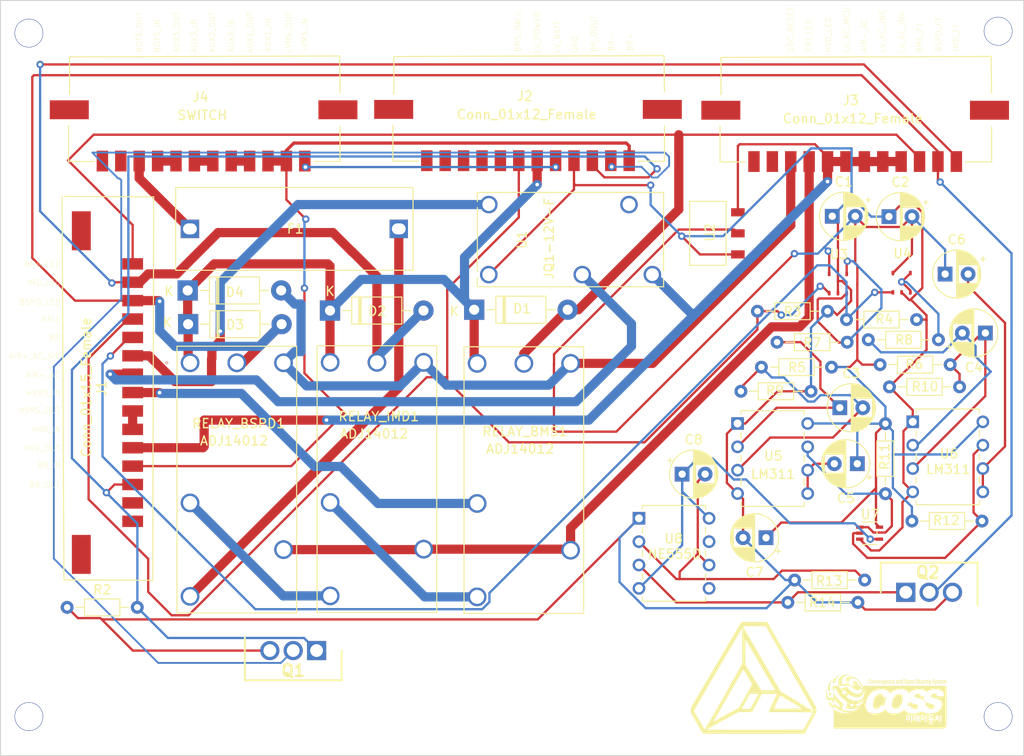
<source format=kicad_pcb>
(kicad_pcb (version 20211014) (generator pcbnew)
  (layers (0 "F.Cu" signal) (31 "B.Cu" signal) (34 "B.Paste" user) (35 "F.Paste" user) (36 "B.SilkS" user "B.Silkscreen") (37 "F.SilkS" user "F.Silkscreen") (38 "B.Mask" user) (39 "F.Mask" user) (44 "Edge.Cuts" user))
  (net 0 "")
  (net 1 "BMS_FAULT")
  (net 2 "IMD_FAULT")
  (net 3 "BSPD_FAULT")
  (net 4 "SHUTDOWN_RESET")
  (net 5 "BMS_HALL")
  (net 6 "Net-(C4-Pad1)")
  (net 7 "Net-(F1-Pad2)")
  (net 8 "LV_POWER")
  (net 9 "GND")
  (net 10 "AIR+_ACTIVE_SIG")
  (net 11 "AIR+_ACTIVE")
  (net 12 "CRITICAL_LED")
  (net 13 "Net-(RELAY_BMS1-Pad4)")
  (net 14 "Net-(RELAY_BSPD1-Pad2)")
  (net 17 "VCC")
  (net 18 "Net-(C3-Pad1)")
  (net 19 "Net-(C4-Pad2)")
  (net 20 "Net-(C3-Pad2)")
  (net 21 "Net-(C5-Pad2)")
  (net 22 "Net-(C6-Pad2)")
  (net 23 "Net-(C8-Pad1)")
  (net 24 "Net-(C8-Pad2)")
  (net 25 "HV_MASTER_IN")
  (net 26 "BRAKE")
  (net 27 "BRAKE_LIGHT-")
  (net 28 "BRAKE_DOUT")
  (net 33 "Net-(Q2-Pad1)")
  (net 34 "Net-(R7-Pad2)")
  (net 35 "Net-(R8-Pad2)")
  (net 36 "Net-(R11-Pad1)")
  (net 37 "Net-(R12-Pad2)")
  (net 41 "HV_AUX2_IN")
  (net 42 "HV_AUX3_IN")
  (net 43 "BOTS_IN")
  (net 46 "HVD_INTERLOCK_IN")
  (net 47 "HVD_INTERLOCK_OUT")
  (net 51 "LV_MASTER_IN")
  (net 52 "LV_MASTER_OUT")
  (net 53 "BOTS_OUT")
  (footprint "Library:5600201220" (layer "F.Cu") (at 185.86 65 180)
    (fp_text reference "J2")
    (fp_text value "Conn_01x12_Female")
  )
  (footprint "Capacitor_THT:CP_Radial_D5.0mm_P2.50mm" (layer "F.Cu") (at 221.655113 102.99 180)
    (fp_text reference "C5")
    (fp_text value "1uF")
  )
  (footprint "Capacitor_THT:CP_Radial_D5.0mm_P2.50mm" (layer "F.Cu") (at 231.2 82.36)
    (fp_text reference "C6")
    (fp_text value "1uF")
  )
  (footprint "Capacitor_THT:CP_Radial_D5.0mm_P2.50mm" (layer "F.Cu") (at 225.094888 76.11)
    (fp_text reference "C2")
    (fp_text value "100nF")
  )
  (footprint "Library:LM311P" (layer "F.Cu") (at 208.64 98.61)
    (fp_text reference "U5")
    (fp_text value "LM311")
  )
  (footprint "Library:5600201520" (layer "F.Cu") (at 142.89 95.25 -90)
    (fp_text reference "J1")
    (fp_text value "Conn_01x15_Female")
  )
  (footprint "Resistor_THT:R_Axial_DIN0204_L3.6mm_D1.6mm_P7.62mm_Horizontal" (layer "F.Cu") (at 210.8 86.4)
    (fp_text reference "R3")
    (fp_text value "10k")
  )
  (footprint "Library:74LVC1G08GW_125" (layer "F.Cu") (at 222.99 110.54)
    (fp_text reference "U7")
    (fp_text value "74LVC1G08" hide)
  )
  (footprint "Library:AMS1117-5.0" (layer "F.Cu") (at 205.41 77.93 90)
    (fp_text reference "U2")
    (fp_text value "AMS1117-5.0" hide)
  )
  (footprint "Library:ADJ14012" (layer "F.Cu") (at 180.33 92.07)
    (fp_text reference "RELAY_BMS1")
    (fp_text value "ADJ14012")
  )
  (footprint "Capacitor_THT:CP_Radial_D5.0mm_P2.50mm" (layer "F.Cu") (at 219.75 96.9)
    (fp_text reference "C3")
    (fp_text value "1nF")
  )
  (footprint "Library:BD77501G-TR" (layer "F.Cu") (at 226.47 84.35)
    (fp_text reference "U4")
    (fp_text value "BD77501G")
  )
  (footprint "Capacitor_THT:CP_Radial_D5.0mm_P2.50mm" (layer "F.Cu") (at 211.735112 111.04 180)
    (fp_text reference "C7")
    (fp_text value "100nF")
  )
  (footprint "Library:fuseholder" (layer "F.Cu") (at 147.565 81.945)
    (fp_text reference "F1")
    (fp_text value "4A Fuse")
  )
  (footprint "Library:LM311P" (layer "F.Cu") (at 227.68 98.43)
    (fp_text reference "U6")
    (fp_text value "LM311")
  )
  (footprint "Library:irf640" (layer "F.Cu") (at 162.88 123.31 180)
    (fp_text reference "Q1")
    (fp_text value "IRF640" hide)
  )
  (footprint "Library:BD77501G-TR" (layer "F.Cu") (at 219.55 84.44)
    (fp_text reference "U3")
    (fp_text value "BD77501G")
  )
  (footprint "Library:123123logo" (layer "F.Cu") (at 210.810849 126.254375)
    (fp_text reference "G***" hide)
    (fp_text value "LOGO" hide)
  )
  (footprint "Resistor_THT:R_Axial_DIN0204_L3.6mm_D1.6mm_P7.62mm_Horizontal" (layer "F.Cu") (at 216.62 95.11 180)
    (fp_text reference "R9")
    (fp_text value "5.2k")
  )
  (footprint "Diode_THT:D_DO-41_SOD81_P10.16mm_Horizontal" (layer "F.Cu") (at 148.92 87.81)
    (fp_text reference "D3")
    (fp_text value "1N4002")
  )
  (footprint "Library:5600201220" (layer "F.Cu") (at 221.42 65.09065 180)
    (fp_text reference "J3")
    (fp_text value "Conn_01x12_Female")
  )
  (footprint "Library:auto" (layer "F.Cu") (at 224.773383 128.865958)
    (fp_text reference "G***" hide)
    (fp_text value "LOGO" hide)
  )
  (footprint "Library:NE555P" (layer "F.Cu") (at 197.92 108.924371)
    (fp_text reference "U8")
    (fp_text value "NE555D")
  )
  (footprint "Resistor_THT:R_Axial_DIN0204_L3.6mm_D1.6mm_P7.62mm_Horizontal" (layer "F.Cu") (at 222.46 115.64 180)
    (fp_text reference "R13")
    (fp_text value "62k")
  )
  (footprint "Resistor_THT:R_Axial_DIN0204_L3.6mm_D1.6mm_P7.62mm_Horizontal" (layer "F.Cu") (at 135.77 118.61)
    (fp_text reference "R2")
    (fp_text value "10k")
  )
  (footprint "Resistor_THT:R_Axial_DIN0204_L3.6mm_D1.6mm_P7.62mm_Horizontal" (layer "F.Cu") (at 214.1 118.07)
    (fp_text reference "R14")
    (fp_text value "10k")
  )
  (footprint "Resistor_THT:R_Axial_DIN0204_L3.6mm_D1.6mm_P7.62mm_Horizontal" (layer "F.Cu") (at 222.85 89.5)
    (fp_text reference "R8")
    (fp_text value "1k")
  )
  (footprint "Library:irf640" (layer "F.Cu") (at 226.92 116.97)
    (fp_text reference "Q2")
    (fp_text value "IRF640" hide)
  )
  (footprint "Resistor_THT:R_Axial_DIN0204_L3.6mm_D1.6mm_P7.62mm_Horizontal" (layer "F.Cu") (at 211.23 92.48)
    (fp_text reference "R5")
    (fp_text value "4.7k")
  )
  (footprint "Resistor_THT:R_Axial_DIN0204_L3.6mm_D1.6mm_P7.62mm_Horizontal" (layer "F.Cu") (at 224.71 106.25 90)
    (fp_text reference "R11")
    (fp_text value "10k")
  )
  (footprint "Library:JQ1-12V-F" (layer "F.Cu") (at 181.6 82.42 90)
    (fp_text reference "U1")
    (fp_text value "JQ1-12V-F")
  )
  (footprint "Resistor_THT:R_Axial_DIN0204_L3.6mm_D1.6mm_P7.62mm_Horizontal" (layer "F.Cu") (at 225.15 94.63)
    (fp_text reference "R10")
    (fp_text value "5.2k")
  )
  (footprint "Library:ADJ14012" (layer "F.Cu") (at 149.13 92.01)
    (fp_text reference "RELAY_BSPD1")
    (fp_text value "ADJ14012")
  )
  (footprint "Capacitor_THT:CP_Radial_D5.0mm_P2.50mm" (layer "F.Cu") (at 235.57 88.77 180)
    (fp_text reference "C4")
    (fp_text value "1nF")
  )
  (footprint "Capacitor_THT:CP_Radial_D5.0mm_P2.50mm" (layer "F.Cu") (at 218.9317 76.07)
    (fp_text reference "C1")
    (fp_text value "100nF")
  )
  (footprint "Library:ADJ14012" (layer "F.Cu") (at 164.36 91.96)
    (fp_text reference "RELAY_IMD1")
    (fp_text value "ADJ14012")
  )
  (footprint "Resistor_THT:R_Axial_DIN0204_L3.6mm_D1.6mm_P7.62mm_Horizontal" (layer "F.Cu") (at 231.75 92.21 180)
    (fp_text reference "R6")
    (fp_text value "4.7k")
  )
  (footprint "Resistor_THT:R_Axial_DIN0204_L3.6mm_D1.6mm_P7.62mm_Horizontal" (layer "F.Cu") (at 227.59 109.22)
    (fp_text reference "R12")
    (fp_text value "10k")
  )
  (footprint "Capacitor_THT:CP_Radial_D5.0mm_P2.50mm" (layer "F.Cu") (at 202.614888 104.12)
    (fp_text reference "C8")
    (fp_text value "10uF")
  )
  (footprint "Diode_THT:D_DO-41_SOD81_P10.16mm_Horizontal" (layer "F.Cu") (at 164.34 86.33)
    (fp_text reference "D2")
    (fp_text value "1N4002")
  )
  (footprint "Library:5600201220" (layer "F.Cu") (at 150.6 65.04 180)
    (fp_text reference "J4")
    (fp_text value "SWITCH")
  )
  (footprint "Diode_THT:D_DO-41_SOD81_P10.16mm_Horizontal" (layer "F.Cu") (at 148.87 84.14)
    (fp_text reference "D4")
    (fp_text value "1N4002")
  )
  (footprint "Diode_THT:D_DO-41_SOD81_P10.16mm_Horizontal" (layer "F.Cu") (at 180.01 86.24)
    (fp_text reference "D1")
    (fp_text value "1N4002")
  )
  (footprint "Resistor_THT:R_Axial_DIN0204_L3.6mm_D1.6mm_P7.62mm_Horizontal" (layer "F.Cu") (at 212.93 89.77)
    (fp_text reference "R7")
    (fp_text value "1k")
  )
  (footprint "Resistor_THT:R_Axial_DIN0204_L3.6mm_D1.6mm_P7.62mm_Horizontal" (layer "F.Cu") (at 220.48 87.31)
    (fp_text reference "R4")
    (fp_text value "10k")
  )
  (gr_rect (start 239.74 52.6) (end 128.52 134.73) (layer "Edge.Cuts") (width 0.1) (fill none))
  (gr_text "HVMS_OUT" (at 132.78 97.17) (layer "F.SilkS") (effects (font (size 0.6 0.6) (thickness 0.03))))
  (gr_text "IMD_FT" (at 232.39 56.64 90) (layer "F.SilkS") (effects (font (size 0.6 0.6) (thickness 0.03))))
  (gr_text "LV_AC_INV" (at 226.51 56.07 90) (layer "F.SilkS") (effects (font (size 0.6 0.6) (thickness 0.03))))
  (gr_text "LV_POWER" (at 186.88 56.09 90) (layer "F.SilkS") (effects (font (size 0.6 0.6) (thickness 0.03))))
  (gr_text "AUX3_IN" (at 149.55 56.45 90) (layer "F.SilkS") (effects (font (size 0.6 0.6) (thickness 0.03))))
  (gr_text "SDC_RESET" (at 214.44 55.78 90) (layer "F.SilkS") (effects (font (size 0.6 0.6) (thickness 0.03))))
  (gr_text "LVMS_IN" (at 161.55 56.36 90) (layer "F.SilkS") (effects (font (size 0.6 0.6) (thickness 0.03))))
  (gr_text "BR-" (at 194.93 57.15 90) (layer "F.SilkS") (effects (font (size 0.6 0.6) (thickness 0.03))))
  (gr_text "AUX2_IN" (at 153.59 56.45 90) (layer "F.SilkS") (effects (font (size 0.6 0.6) (thickness 0.03))))
  (gr_text "BMS_HALL" (at 184.75 56 90) (layer "F.SilkS") (effects (font (size 0.6 0.6) (thickness 0.03))))
  (gr_text "BMS_LED" (at 133.08 81.29) (layer "F.SilkS") (effects (font (size 0.6 0.6) (thickness 0.03))))
  (gr_text "AUX1_OUT" (at 155.65 56.09 90) (layer "F.SilkS") (effects (font (size 0.6 0.6) (thickness 0.03))))
  (gr_text "BOTS_IN" (at 145.59 56.45 90) (layer "F.SilkS") (effects (font (size 0.6 0.6) (thickness 0.03))))
  (gr_text "AUX1_IN" (at 157.6 56.36 90) (layer "F.SilkS") (effects (font (size 0.6 0.6) (thickness 0.03))))
  (gr_text "BMS_FT" (at 228.44 56.67 90) (layer "F.SilkS") (effects (font (size 0.6 0.6) (thickness 0.03))))
  (gr_text "BSPD_LED" (at 132.83 85.39) (layer "F.SilkS") (effects (font (size 0.6 0.6) (thickness 0.03))))
  (gr_text "HVD_LED" (at 218.5 56.34 90) (layer "F.SilkS") (effects (font (size 0.6 0.6) (thickness 0.03))))
  (gr_text "BR" (at 134.4 89.26) (layer "F.SilkS") (effects (font (size 0.6 0.6) (thickness 0.03))))
  (gr_text "CRI_LED" (at 216.38 56.4 90) (layer "F.SilkS") (effects (font (size 0.6 0.6) (thickness 0.03))))
  (gr_text "GND" (at 190.95 57.37 90) (layer "F.SilkS") (effects (font (size 0.6 0.6) (thickness 0.03))))
  (gr_text "BOTS_OUT" (at 143.58 56.07 90) (layer "F.SilkS") (effects (font (size 0.6 0.6) (thickness 0.03))))
  (gr_text "LV_AC_JNC" (at 224.39 55.92 90) (layer "F.SilkS") (effects (font (size 0.6 0.6) (thickness 0.03))))
  (gr_text "HVMS_IN" (at 133.21 95.3) (layer "F.SilkS") (effects (font (size 0.6 0.6) (thickness 0.03))))
  (gr_text "HALL" (at 133.97 87.23) (layer "F.SilkS") (effects (font (size 0.6 0.6) (thickness 0.03))))
  (gr_text "BR_DOUT" (at 192.98 56.22 90) (layer "F.SilkS") (effects (font (size 0.6 0.6) (thickness 0.03))))
  (gr_text "BSPD_FT" (at 230.51 56.31 90) (layer "F.SilkS") (effects (font (size 0.6 0.6) (thickness 0.03))))
  (gr_text "AIR+_AC" (at 133.17 93.33) (layer "F.SilkS") (effects (font (size 0.6 0.6) (thickness 0.03))))
  (gr_text "LV_BATT" (at 189.05 56.57 90) (layer "F.SilkS") (effects (font (size 0.6 0.6) (thickness 0.03))))
  (gr_text "AIR-_AC" (at 222.4 56.37 90) (layer "F.SilkS") (effects (font (size 0.6 0.6) (thickness 0.03))))
  (gr_text "AIR+_AC_SIG" (at 132.25 91.27) (layer "F.SilkS") (effects (font (size 0.6 0.6) (thickness 0.03))))
  (gr_text "IMD_LED\n" (at 133.22 83.28) (layer "F.SilkS") (effects (font (size 0.6 0.6) (thickness 0.03))))
  (gr_text "BR+" (at 196.96 57.15 90) (layer "F.SilkS") (effects (font (size 0.6 0.6) (thickness 0.03))))
  (gr_text "AUX3_OUT" (at 147.66 56.06 90) (layer "F.SilkS") (effects (font (size 0.6 0.6) (thickness 0.03))))
  (gr_text "HVD_OUT" (at 133.05 101.29) (layer "F.SilkS") (effects (font (size 0.6 0.6) (thickness 0.03))))
  (gr_text "LVMS_OUT\n" (at 159.84 56.09 90) (layer "F.SilkS") (effects (font (size 0.6 0.6) (thickness 0.03))))
  (gr_text "BR_IN" (at 133.84 103.17) (layer "F.SilkS") (effects (font (size 0.6 0.6) (thickness 0.03))))
  (gr_text "BR_OUT" (at 133.34 105.3) (layer "F.SilkS") (effects (font (size 0.6 0.6) (thickness 0.03))))
  (gr_text "HVD_IN" (at 133.51 99.27) (layer "F.SilkS") (effects (font (size 0.6 0.6) (thickness 0.03))))
  (gr_text "LV_AC_MCU" (at 220.5 55.78 90) (layer "F.SilkS") (effects (font (size 0.6 0.6) (thickness 0.03))))
  (gr_text "AUX2_OUT" (at 151.55 56.06 90) (layer "F.SilkS") (effects (font (size 0.6 0.6) (thickness 0.03))))
  (via (at 131.61 56.15) (size 3.1) (drill 3) (layers "F.Cu" "B.Cu") (net 0))
  (via (at 131.61 130.49) (size 3.1) (drill 3) (layers "F.Cu" "B.Cu") (net 0))
  (via (at 236.96 55.94) (size 3.1) (drill 3) (layers "F.Cu" "B.Cu") (net 0))
  (via (at 236.96 130.49) (size 3.1) (drill 3) (layers "F.Cu" "B.Cu") (net 0))
  (segment (start 142.89 77.02) (end 142.89 81.25) (width 0.25) (layer "F.Cu") (net 1))
  (segment (start 138.65 67.2) (end 135.86 69.99) (width 0.25) (layer "F.Cu") (net 1))
  (segment (start 190.17 86.24) (end 185.41 91) (width 1) (layer "F.Cu") (net 1))
  (segment (start 202.25 67.2) (end 138.65 67.2) (width 0.25) (layer "F.Cu") (net 1))
  (segment (start 225.901772 67.2) (end 202.25 67.2) (width 0.25) (layer "F.Cu") (net 1))
  (segment (start 185.41 91) (end 185.41 92.07) (width 1) (layer "F.Cu") (net 1))
  (segment (start 228.42 69.718228) (end 225.901772 67.2) (width 0.25) (layer "F.Cu") (net 1))
  (segment (start 190.17 86.24) (end 191.33 86.24) (width 1) (layer "F.Cu") (net 1))
  (segment (start 228.42 70.11985) (end 228.42 69.718228) (width 0.25) (layer "F.Cu") (net 1))
  (segment (start 135.86 69.99) (end 142.89 77.02) (width 0.25) (layer "F.Cu") (net 1))
  (segment (start 191.33 86.24) (end 202.25 75.32) (width 1) (layer "F.Cu") (net 1))
  (segment (start 202.25 75.32) (end 202.25 67.2) (width 1) (layer "F.Cu") (net 1))
  (segment (start 147.689511 82.340489) (end 144.579511 82.340489) (width 1) (layer "F.Cu") (net 2))
  (segment (start 142.89 83.25) (end 140.71 83.25) (width 0.25) (layer "F.Cu") (net 2))
  (segment (start 166.728189 79.928189) (end 164.65 77.85) (width 1) (layer "F.Cu") (net 2))
  (segment (start 222.36815 59.56) (end 132.83 59.56) (width 0.25) (layer "F.Cu") (net 2))
  (segment (start 144.579511 82.340489) (end 143.67 83.25) (width 1) (layer "F.Cu") (net 2))
  (segment (start 232.42 69.61185) (end 222.36815 59.56) (width 0.25) (layer "F.Cu") (net 2))
  (segment (start 143.67 83.25) (end 142.89 83.25) (width 1) (layer "F.Cu") (net 2))
  (segment (start 166.758189 79.928189) (end 166.728189 79.928189) (width 1) (layer "F.Cu") (net 2))
  (segment (start 169.44 91.96) (end 169.44 82.61) (width 1) (layer "F.Cu") (net 2))
  (segment (start 232.42 70.11985) (end 232.42 69.61185) (width 0.25) (layer "F.Cu") (net 2))
  (segment (start 140.71 83.25) (end 140.63 83.33) (width 0.25) (layer "F.Cu") (net 2))
  (segment (start 169.44 82.61) (end 166.758189 79.928189) (width 1) (layer "F.Cu") (net 2))
  (segment (start 152.18 77.85) (end 147.689511 82.340489) (width 1) (layer "F.Cu") (net 2))
  (segment (start 164.65 77.85) (end 152.18 77.85) (width 1) (layer "F.Cu") (net 2))
  (via (at 132.83 59.56) (size 0.8) (drill 0.4) (layers "F.Cu" "B.Cu") (net 2))
  (via (at 140.63 83.33) (size 0.8) (drill 0.4) (layers "F.Cu" "B.Cu") (net 2))
  (segment (start 174.5 86.33) (end 169.44 91.39) (width 1) (layer "B.Cu") (net 2))
  (segment (start 169.44 91.39) (end 169.44 91.96) (width 1) (layer "B.Cu") (net 2))
  (segment (start 132.83 59.56) (end 132.83 75.53) (width 0.25) (layer "B.Cu") (net 2))
  (segment (start 132.83 75.53) (end 140.63 83.33) (width 0.25) (layer "B.Cu") (net 2))
  (segment (start 230.42 72.11) (end 230.66 72.35) (width 0.25) (layer "F.Cu") (net 3))
  (segment (start 159.08 87.81) (end 154.88 92.01) (width 1) (layer "F.Cu") (net 3))
  (segment (start 131.98 60.91) (end 131.98 80.61) (width 0.25) (layer "F.Cu") (net 3))
  (segment (start 230.42 70.11985) (end 230.42 69.02785) (width 0.25) (layer "F.Cu") (net 3))
  (segment (start 230.42 70.11985) (end 230.42 72.11) (width 0.25) (layer "F.Cu") (net 3))
  (segment (start 131.98 80.61) (end 136.62 85.25) (width 0.25) (layer "F.Cu") (net 3))
  (segment (start 230.42 69.02785) (end 222.12215 60.73) (width 0.25) (layer "F.Cu") (net 3))
  (segment (start 145.76 85.25) (end 145.83 85.32) (width 0.25) (layer "F.Cu") (net 3))
  (segment (start 154.88 92.01) (end 154.21 92.01) (width 1) (layer "F.Cu") (net 3))
  (segment (start 142.89 85.25) (end 145.76 85.25) (width 1) (layer "F.Cu") (net 3))
  (segment (start 132.16 60.73) (end 131.98 60.91) (width 0.25) (layer "F.Cu") (net 3))
  (segment (start 136.62 85.25) (end 142.89 85.25) (width 0.25) (layer "F.Cu") (net 3))
  (segment (start 222.12215 60.73) (end 132.16 60.73) (width 0.25) (layer "F.Cu") (net 3))
  (via (at 145.83 85.32) (size 0.8) (drill 0.4) (layers "F.Cu" "B.Cu") (net 3))
  (via (at 230.66 72.35) (size 0.8) (drill 0.4) (layers "F.Cu" "B.Cu") (net 3))
  (segment (start 145.83 88.54) (end 147.51 90.22) (width 1) (layer "B.Cu") (net 3))
  (segment (start 230.066753 116.97) (end 238.42 108.616753) (width 0.25) (layer "B.Cu") (net 3))
  (segment (start 238.42 108.616753) (end 238.42 80.11) (width 0.25) (layer "B.Cu") (net 3))
  (segment (start 229.46 116.97) (end 230.066753 116.97) (width 0.25) (layer "B.Cu") (net 3))
  (segment (start 147.51 90.22) (end 156.67 90.22) (width 1) (layer "B.Cu") (net 3))
  (segment (start 156.67 90.22) (end 159.08 87.81) (width 1) (layer "B.Cu") (net 3))
  (segment (start 238.42 80.11) (end 230.66 72.35) (width 0.25) (layer "B.Cu") (net 3))
  (segment (start 145.83 85.32) (end 145.83 88.54) (width 1) (layer "B.Cu") (net 3))
  (segment (start 190.49 92.07) (end 199.41 92.07) (width 1) (layer "F.Cu") (net 4))
  (segment (start 199.41 92.07) (end 214.42 77.06) (width 1) (layer "F.Cu") (net 4))
  (segment (start 214.42 77.06) (end 214.42 70.11985) (width 1) (layer "F.Cu") (net 4))
  (segment (start 177 94.44) (end 174.52 91.96) (width 1) (layer "B.Cu") (net 4))
  (segment (start 161.19 85.619511) (end 161.19 90.800489) (width 1) (layer "B.Cu") (net 4))
  (segment (start 174.52 91.96) (end 171.96 94.52) (width 1) (layer "B.Cu") (net 4))
  (segment (start 160.499511 90.800489) (end 159.29 92.01) (width 1) (layer "B.Cu") (net 4))
  (segment (start 161.19 90.800489) (end 160.499511 90.800489) (width 1) (layer "B.Cu") (net 4))
  (segment (start 161.8 94.52) (end 159.29 92.01) (width 1) (layer "B.Cu") (net 4))
  (segment (start 190.49 92.07) (end 188.12 94.44) (width 1) (layer "B.Cu") (net 4))
  (segment (start 160.509511 85.619511) (end 159.03 84.14) (width 1) (layer "B.Cu") (net 4))
  (segment (start 161.19 85.619511) (end 160.509511 85.619511) (width 1) (layer "B.Cu") (net 4))
  (segment (start 171.96 94.52) (end 161.8 94.52) (width 1) (layer "B.Cu") (net 4))
  (segment (start 188.12 94.44) (end 177 94.44) (width 1) (layer "B.Cu") (net 4))
  (segment (start 177.08 93.95) (end 183.79 100.66) (width 0.25) (layer "F.Cu") (net 5))
  (segment (start 144.578378 113.34) (end 144.578378 116.928378) (width 0.25) (layer "F.Cu") (net 5))
  (segment (start 138.1 106.861622) (end 144.578378 113.34) (width 0.25) (layer "F.Cu") (net 5))
  (segment (start 217.62 83.69) (end 217.85 83.69) (width 0.25) (layer "F.Cu") (net 5))
  (segment (start 177.08 83.98) (end 177.08 93.58) (width 0.25) (layer "F.Cu") (net 5))
  (segment (start 213.39 86.81) (end 212.98 86.4) (width 0.25) (layer "F.Cu") (net 5))
  (segment (start 183.79 100.66) (end 198.53 100.66) (width 0.25) (layer "F.Cu") (net 5))
  (segment (start 177.08 93.58) (end 177.08 93.95) (width 0.25) (layer "F.Cu") (net 5))
  (segment (start 147.12 119.47) (end 148.96577 119.47) (width 0.25) (layer "F.Cu") (net 5))
  (segment (start 142.382 87.25) (end 138.1 91.532) (width 0.25) (layer "F.Cu") (net 5))
  (segment (start 217.85 83.69) (end 218.6 84.44) (width 0.25) (layer "F.Cu") (net 5))
  (segment (start 142.89 87.25) (end 142.382 87.25) (width 0.25) (layer "F.Cu") (net 5))
  (segment (start 138.1 91.532) (end 138.1 106.861622) (width 0.25) (layer "F.Cu") (net 5))
  (segment (start 174.85577 93.58) (end 177.08 93.58) (width 0.25) (layer "F.Cu") (net 5))
  (segment (start 212.98 86.4) (end 210.8 86.4) (width 0.25) (layer "F.Cu") (net 5))
  (segment (start 144.578378 116.928378) (end 147.12 119.47) (width 0.25) (layer "F.Cu") (net 5))
  (segment (start 184.86 70.0292) (end 184.86 76.2) (width 0.25) (layer "F.Cu") (net 5))
  (segment (start 184.86 76.2) (end 177.08 83.98) (width 0.25) (layer "F.Cu") (net 5))
  (segment (start 148.96577 119.47) (end 174.85577 93.58) (width 0.25) (layer "F.Cu") (net 5))
  (segment (start 198.53 100.66) (end 210.8 88.39) (width 0.25) (layer "F.Cu") (net 5))
  (segment (start 210.8 88.39) (end 210.8 86.4) (width 0.25) (layer "F.Cu") (net 5))
  (via (at 213.39 86.81) (size 0.8) (drill 0.4) (layers "F.Cu" "B.Cu") (net 5))
  (via (at 217.62 83.69) (size 0.8) (drill 0.4) (layers "F.Cu" "B.Cu") (net 5))
  (segment (start 217.62 83.69) (end 214.5 86.81) (width 0.25) (layer "B.Cu") (net 5))
  (segment (start 214.5 86.81) (end 213.39 86.81) (width 0.25) (layer "B.Cu") (net 5))
  (segment (start 232.77 94.63) (end 232.77 93.23) (width 0.25) (layer "F.Cu") (net 6))
  (segment (start 235.19 88.77) (end 231.75 92.21) (width 0.25) (layer "F.Cu") (net 6))
  (segment (start 235.57 88.77) (end 235.57 95.62) (width 0.25) (layer "F.Cu") (net 6))
  (segment (start 235.57 95.62) (end 227.68 103.51) (width 0.25) (layer "F.Cu") (net 6))
  (segment (start 232.77 93.23) (end 231.75 92.21) (width 0.25) (layer "F.Cu") (net 6))
  (segment (start 235.57 88.77) (end 235.19 88.77) (width 0.25) (layer "F.Cu") (net 6))
  (segment (start 171.815 77.445) (end 171.815 94.725) (width 1) (layer "F.Cu") (net 7))
  (segment (start 171.815 94.725) (end 149.13 117.41) (width 1) (layer "F.Cu") (net 7))
  (segment (start 164.34 86.33) (end 164.34 81.49) (width 1) (layer "F.Cu") (net 8))
  (segment (start 164.34 91.94) (end 164.36 91.96) (width 1) (layer "F.Cu") (net 8))
  (segment (start 164.1 81.25) (end 151.76 81.25) (width 1) (layer "F.Cu") (net 8))
  (segment (start 186.86 70.0292) (end 186.86 72.63) (width 1) (layer "F.Cu") (net 8))
  (segment (start 148.92 87.81) (end 148.92 91.8) (width 1) (layer "F.Cu") (net 8))
  (segment (start 180.01 91.75) (end 180.33 92.07) (width 1) (layer "F.Cu") (net 8))
  (segment (start 148.87 87.76) (end 148.92 87.81) (width 0.25) (layer "F.Cu") (net 8))
  (segment (start 148.92 91.8) (end 149.13 92.01) (width 1) (layer "F.Cu") (net 8))
  (segment (start 151.76 81.25) (end 148.87 84.14) (width 1) (layer "F.Cu") (net 8))
  (segment (start 148.87 84.14) (end 148.87 87.76) (width 1) (layer "F.Cu") (net 8))
  (segment (start 164.34 81.49) (end 164.1 81.25) (width 1) (layer "F.Cu") (net 8))
  (segment (start 180.01 86.24) (end 180.01 91.75) (width 1) (layer "F.Cu") (net 8))
  (segment (start 164.34 86.33) (end 164.34 91.94) (width 1) (layer "F.Cu") (net 8))
  (via (at 186.86 72.63) (size 0.8) (drill 0.4) (layers "F.Cu" "B.Cu") (net 8))
  (segment (start 186.86 72.63) (end 178.96 80.53) (width 1) (layer "B.Cu") (net 8))
  (segment (start 176.71 82.94) (end 180.01 86.24) (width 1) (layer "B.Cu") (net 8))
  (segment (start 167.73 82.94) (end 176.71 82.94) (width 1) (layer "B.Cu") (net 8))
  (segment (start 164.34 86.33) (end 167.73 82.94) (width 1) (layer "B.Cu") (net 8))
  (segment (start 178.96 85.19) (end 180.01 86.24) (width 1) (layer "B.Cu") (net 8))
  (segment (start 178.96 80.53) (end 178.96 85.19) (width 1) (layer "B.Cu") (net 8))
  (segment (start 232 116.97) (end 230.12 118.85) (width 0.25) (layer "F.Cu") (net 9))
  (segment (start 227.68 98.43) (end 227.68 97.16) (width 0.25) (layer "F.Cu") (net 9))
  (segment (start 220.97452 85.295429) (end 220.97452 84.09452) (width 0.25) (layer "F.Cu") (net 9))
  (segment (start 208.6 98.61) (end 207.48 99.73) (width 0.25) (layer "F.Cu") (net 9))
  (segment (start 229.18 87.41) (end 229.18 86.85) (width 0.25) (layer "F.Cu") (net 9))
  (segment (start 227.68 97.16) (end 225.15 94.63) (width 0.25) (layer "F.Cu") (net 9))
  (segment (start 222.5 118.85) (end 221.72 118.07) (width 0.25) (layer "F.Cu") (net 9))
  (segment (start 226.565489 109.908532) (end 226.565489 107.164511) (width 0.25) (layer "F.Cu") (net 9))
  (segment (start 226.47 84.35) (end 227.29 85.17) (width 0.25) (layer "F.Cu") (net 9))
  (segment (start 228.060677 74.985489) (end 226.219399 74.985489) (width 0.25) (layer "F.Cu") (net 9))
  (segment (start 136.94 119.78) (end 135.77 118.61) (width 0.25) (layer "F.Cu") (net 9))
  (segment (start 190.86 72.53) (end 190.86 73.16) (width 0.25) (layer "F.Cu") (net 9))
  (segment (start 190.86 70.0292) (end 190.86 72.53) (width 0.25) (layer "F.Cu") (net 9))
  (segment (start 227.415006 85.17) (end 228.719399 83.865607) (width 0.25) (layer "F.Cu") (net 9))
  (segment (start 209.235112 106.825112) (end 208.64 106.23) (width 0.25) (layer "F.Cu") (net 9))
  (segment (start 207.48 105.07) (end 208.64 106.23) (width 0.25) (layer "F.Cu") (net 9))
  (segment (start 157.8 123.31) (end 142.91 123.31) (width 0.25) (layer "F.Cu") (net 9))
  (segment (start 230.12 118.85) (end 222.5 118.85) (width 0.25) (layer "F.Cu") (net 9))
  (segment (start 229.18 86.85) (end 227.5 85.17) (width 0.25) (layer "F.Cu") (net 9))
  (segment (start 220 83.12) (end 219.55 83.12) (width 0.25) (layer "F.Cu") (net 9))
  (segment (start 226.669689 105.039689) (end 227.68 106.05) (width 0.25) (layer "F.Cu") (net 9))
  (segment (start 224.054021 112.42) (end 226.565489 109.908532) (width 0.25) (layer "F.Cu") (net 9))
  (segment (start 227.29 85.17) (end 227.415006 85.17) (width 0.25) (layer "F.Cu") (net 9))
  (segment (start 229.18 90.6) (end 229.18 87.41) (width 0.25) (layer "F.Cu") (net 9))
  (segment (start 208.6739 80.22) (end 204.55 80.22) (width 0.25) (layer "F.Cu") (net 9))
  (segment (start 209.235112 111.04) (end 209.235112 106.825112) (width 0.25) (layer "F.Cu") (net 9))
  (segment (start 191.02 72.69) (end 190.86 72.53) (width 0.25) (layer "F.Cu") (net 9))
  (segment (start 139.51952 119.91952) (end 186.924851 119.91952) (width 0.25) (layer "F.Cu") (net 9))
  (segment (start 227.5 85.17) (end 227.415006 85.17) (width 0.25) (layer "F.Cu") (net 9))
  (segment (start 226.565489 107.164511) (end 227.68 106.05) (width 0.25) (layer "F.Cu") (net 9))
  (segment (start 219.459949 86.81) (end 220.97452 85.295429) (width 0.25) (layer "F.Cu") (net 9))
  (segment (start 228.1 87.31) (end 229.08 87.31) (width 0.25) (layer "F.Cu") (net 9))
  (segment (start 207.48 99.73) (end 207.48 105.07) (width 0.25) (layer "F.Cu") (net 9))
  (segment (start 219.55 83.12) (end 219.55 76.6883) (width 0.25) (layer "F.Cu") (net 9))
  (segment (start 209.488878 98.61) (end 212.988878 95.11) (width 0.25) (layer "F.Cu") (net 9))
  (segment (start 227.68 98.43) (end 226.669689 99.440311) (width 0.25) (layer "F.Cu") (net 9))
  (segment (start 204.55 80.22) (end 202.57 78.24) (width 0.25) (layer "F.Cu") (net 9))
  (segment (start 186.924851 119.91952) (end 197.92 108.924371) (width 0.25) (layer "F.Cu") (net 9))
  (segment (start 220.97452 84.09452) (end 220 83.12) (width 0.25) (layer "F.Cu") (net 9))
  (segment (start 208.64 98.61) (end 209.488878 98.61) (width 0.25) (layer "F.Cu") (net 9))
  (segment (start 225.15 94.63) (end 229.18 90.6) (width 0.25) (layer "F.Cu") (net 9))
  (segment (start 228.719399 83.865607) (end 228.719399 75.644211) (width 0.25) (layer "F.Cu") (net 9))
  (segment (start 219.049949 86.4) (end 219.459949 86.81) (width 0.25) (layer "F.Cu") (net 9))
  (segment (start 228.719399 75.644211) (end 228.060677 74.985489) (width 0.25) (layer "F.Cu") (net 9))
  (segment (start 190.86 73.16) (end 181.6 82.42) (width 0.25) (layer "F.Cu") (net 9))
  (segment (start 226.219399 74.985489) (end 225.094888 76.11) (width 0.25) (layer "F.Cu") (net 9))
  (segment (start 219.55 76.6883) (end 218.9317 76.07) (width 0.25) (layer "F.Cu") (net 9))
  (segment (start 223.14965 112.42) (end 224.054021 112.42) (width 0.25) (layer "F.Cu") (net 9))
  (segment (start 219.55 84.44) (end 219.55 83.12) (width 0.25) (layer "F.Cu") (net 9))
  (segment (start 218.42 86.4) (end 219.049949 86.4) (width 0.25) (layer "F.Cu") (net 9))
  (segment (start 212.988878 95.11) (end 216.62 95.11) (width 0.25) (layer "F.Cu") (net 9))
  (segment (start 142.91 123.31) (end 139.38 119.78) (width 0.25) (layer "F.Cu") (net 9))
  (segment (start 221.919649 111.189999) (end 223.14965 112.42) (width 0.25) (layer "F.Cu") (net 9))
  (segment (start 208.64 98.61) (end 208.6 98.61) (width 0.25) (layer "F.Cu") (net 9))
  (segment (start 199.19 72.69) (end 191.02 72.69) (width 0.25) (layer "F.Cu") (net 9))
  (segment (start 226.669689 99.440311) (end 226.669689 105.039689) (width 0.25) (layer "F.Cu") (net 9))
  (segment (start 229.08 87.31) (end 229.18 87.41) (width 0.25) (layer "F.Cu") (net 9))
  (segment (start 139.38 119.78) (end 136.94 119.78) (width 0.25) (layer "F.Cu") (net 9))
  (via (at 199.19 72.69) (size 0.8) (drill 0.4) (layers "F.Cu" "B.Cu") (net 9))
  (via (at 202.57 78.24) (size 0.8) (drill 0.4) (layers "F.Cu" "B.Cu") (net 9))
  (segment (start 214.84 115.64) (end 213.835112 115.64) (width 0.25) (layer "B.Cu") (net 9))
  (segment (start 216.62 95.11) (end 216.62 88.2) (width 0.25) (layer "B.Cu") (net 9))
  (segment (start 221.03 73.9717) (end 218.9317 76.07) (width 0.25) (layer "B.Cu") (net 9))
  (segment (start 213.835112 115.64) (end 209.235112 111.04) (width 0.25) (layer "B.Cu") (net 9))
  (segment (start 198.646832 118.7) (end 211.78 118.7) (width 0.25) (layer "B.Cu") (net 9))
  (segment (start 216.62 88.2) (end 218.42 86.4) (width 0.25) (layer "B.Cu") (net 9))
  (segment (start 202.57 78.24) (end 199.19 74.86) (width 0.25) (layer "B.Cu") (net 9))
  (segment (start 221.03 68.69) (end 221.03 73.9717) (width 0.25) (layer "B.Cu") (net 9))
  (segment (start 207.07 78.24) (end 216.62 68.69) (width 0.25) (layer "B.Cu") (net 9))
  (segment (start 202.57 78.24) (end 207.07 78.24) (width 0.25) (layer "B.Cu") (net 9))
  (segment (start 223.1683 76.11) (end 221.03 73.9717) (width 0.25) (layer "B.Cu") (net 9))
  (segment (start 197.92 108.924371) (end 195.81 111.034371) (width 0.25) (layer "B.Cu") (net 9))
  (segment (start 216.62 68.69) (end 221.03 68.69) (width 0.25) (layer "B.Cu") (net 9))
  (segment (start 221.72 118.07) (end 217.27 118.07) (width 0.25) (layer "B.Cu") (net 9))
  (segment (start 225.094888 76.11) (end 223.1683 76.11) (width 0.25) (layer "B.Cu") (net 9))
  (segment (start 211.78 118.7) (end 214.84 115.64) (width 0.25) (layer "B.Cu") (net 9))
  (segment (start 199.19 74.86) (end 199.19 72.69) (width 0.25) (layer "B.Cu") (net 9))
  (segment (start 217.27 118.07) (end 214.84 115.64) (width 0.25) (layer "B.Cu") (net 9))
  (segment (start 198.646832 118.7) (end 195.81 115.863168) (width 0.25) (layer "B.Cu") (net 9))
  (segment (start 195.81 111.034371) (end 195.81 115.863168) (width 0.25) (layer "B.Cu") (net 9))
  (segment (start 151.5 91.53577) (end 151.46 91.57577) (width 0.25) (layer "F.Cu") (net 10))
  (segment (start 151.5 90.56) (end 151.5 91.53577) (width 1) (layer "F.Cu") (net 10))
  (segment (start 147.48 94.05) (end 144.68 91.25) (width 1) (layer "F.Cu") (net 10))
  (segment (start 151.46 94.05) (end 147.48 94.05) (width 1) (layer "F.Cu") (net 10))
  (segment (start 152.41 89.65) (end 151.5 90.56) (width 1) (layer "F.Cu") (net 10))
  (segment (start 144.68 91.25) (end 142.89 91.25) (width 1) (layer "F.Cu") (net 10))
  (segment (start 151.46 91.57577) (end 151.46 94.05) (width 1) (layer "F.Cu") (net 10))
  (segment (start 152.41 88.57) (end 152.41 89.65) (width 1) (layer "F.Cu") (net 10))
  (via (at 152.41 88.57) (size 0.8) (drill 0.4) (layers "F.Cu" "B.Cu") (net 10))
  (segment (start 152.41 83.25) (end 152.41 88.57) (width 1) (layer "B.Cu") (net 10))
  (segment (start 181.6 74.8) (end 160.86 74.8) (width 1) (layer "B.Cu") (net 10))
  (segment (start 160.86 74.8) (end 152.41 83.25) (width 1) (layer "B.Cu") (net 10))
  (segment (start 142.89 93.25) (end 140.44 93.25) (width 1) (layer "F.Cu") (net 11))
  (via (at 140.44 93.25) (size 0.8) (drill 0.4) (layers "F.Cu" "B.Cu") (net 11))
  (segment (start 191.76 82.42) (end 197.11 87.77) (width 1) (layer "B.Cu") (net 11))
  (segment (start 197.11 87.77) (end 197.11 90.21) (width 1) (layer "B.Cu") (net 11))
  (segment (start 197.11 90.21) (end 191.08 96.24) (width 1) (layer "B.Cu") (net 11))
  (segment (start 141.06 93.87) (end 140.44 93.25) (width 1) (layer "B.Cu") (net 11))
  (segment (start 156.331022 93.87) (end 141.06 93.87) (width 1) (layer "B.Cu") (net 11))
  (segment (start 191.08 96.24) (end 158.701022 96.24) (width 1) (layer "B.Cu") (net 11))
  (segment (start 158.701022 96.24) (end 156.331022 93.87) (width 1) (layer "B.Cu") (net 11))
  (segment (start 190.38 112.28) (end 190.49 112.39) (width 0.25) (layer "F.Cu") (net 12))
  (segment (start 174.52 112.28) (end 190.38 112.28) (width 1) (layer "F.Cu") (net 12))
  (segment (start 190.49 109.97) (end 212.36 88.1) (width 1) (layer "F.Cu") (net 12))
  (segment (start 174.47 112.33) (end 174.52 112.28) (width 0.25) (layer "F.Cu") (net 12))
  (segment (start 215.38 88.1) (end 216.42 87.06) (width 1) (layer "F.Cu") (net 12))
  (segment (start 212.36 88.1) (end 215.38 88.1) (width 1) (layer "F.Cu") (net 12))
  (segment (start 216.42 70.11985) (end 216.42 86.46) (width 1) (layer "F.Cu") (net 12))
  (segment (start 190.49 112.39) (end 190.49 109.97) (width 1) (layer "F.Cu") (net 12))
  (segment (start 159.29 112.33) (end 174.47 112.33) (width 1) (layer "F.Cu") (net 12))
  (segment (start 216.42 87.06) (end 216.42 86.46) (width 1) (layer "F.Cu") (net 12))
  (segment (start 174.63 117.47) (end 180.33 117.47) (width 1) (layer "B.Cu") (net 13))
  (segment (start 164.36 107.2) (end 174.63 117.47) (width 1) (layer "B.Cu") (net 13))
  (segment (start 159.24 117.36) (end 164.36 117.36) (width 1) (layer "B.Cu") (net 14))
  (segment (start 149.13 107.25) (end 159.24 117.36) (width 1) (layer "B.Cu") (net 14))
  (segment (start 208.6739 77.93) (end 208.259389 77.515489) (width 0.25) (layer "F.Cu") (net 17))
  (segment (start 202.244511 77.515489) (end 188.69 91.07) (width 0.25) (layer "F.Cu") (net 17))
  (segment (start 188.68 92.17577) (end 188.68 99.5) (width 0.25) (layer "F.Cu") (net 17))
  (segment (start 221.654511 83.494511) (end 221.654511 91.665489) (width 0.25) (layer "F.Cu") (net 17))
  (segment (start 226.470377 77.234511) (end 222.596211 77.234511) (width 0.25) (layer "F.Cu") (net 17))
  (segment (start 221.6583 83.490722) (end 221.654511 83.494511) (width 0.25) (layer "F.Cu") (net 17))
  (segment (start 188.69 92.16577) (end 188.68 92.17577) (width 0.25) (layer "F.Cu") (net 17))
  (segment (start 223.685489 105.634511) (end 223.685489 99.654511) (width 0.25) (layer "F.Cu") (net 17))
  (segment (start 227.594888 80.175112) (end 227.594888 76.11) (width 0.25) (layer "F.Cu") (net 17))
  (segment (start 188.69 91.07) (end 188.69 92.16577) (width 0.25) (layer "F.Cu") (net 17))
  (segment (start 221.4317 81.1817) (end 221.4317 76.07) (width 0.25) (layer "F.Cu") (net 17))
  (segment (start 220.84 92.48) (end 218.85 92.48) (width 0.25) (layer "F.Cu") (net 17))
  (segment (start 195.46 99.5) (end 214.82 80.14) (width 0.25) (layer "F.Cu") (net 17))
  (segment (start 213.387022 109.38809) (end 219.93191 109.38809) (width 0.25) (layer "F.Cu") (net 17))
  (segment (start 221.654511 91.665489) (end 222.199022 92.21) (width 0.25) (layer "F.Cu") (net 17))
  (segment (start 211.735112 111.04) (end 213.387022 109.38809) (width 0.25) (layer "F.Cu") (net 17))
  (segment (start 227.594888 76.11) (end 226.470377 77.234511) (width 0.25) (layer "F.Cu") (net 17))
  (segment (start 221.6583 81.4083) (end 221.4317 81.1817) (width 0.25) (layer "F.Cu") (net 17))
  (segment (start 223.685489 105.634511) (end 223.685489 109.515139) (width 0.25) (layer "F.Cu") (net 17))
  (segment (start 188.68 99.5) (end 195.46 99.5) (width 0.25) (layer "F.Cu") (net 17))
  (segment (start 221.6583 81.4083) (end 221.6583 83.490722) (width 0.25) (layer "F.Cu") (net 17))
  (segment (start 221.654511 91.665489) (end 220.84 92.48) (width 0.25) (layer "F.Cu") (net 17))
  (segment (start 218.6 79.97) (end 218.49 79.86) (width 0.25) (layer "F.Cu") (net 17))
  (segment (start 208.259389 77.515489) (end 202.244511 77.515489) (width 0.25) (layer "F.Cu") (net 17))
  (segment (start 222.199022 92.21) (end 224.13 92.21) (width 0.25) (layer "F.Cu") (net 17))
  (segment (start 223.685489 109.515139) (end 224.060351 109.890001) (width 0.25) (layer "F.Cu") (net 17))
  (segment (start 219.93191 109.38809) (end 223.685489 105.634511) (width 0.25) (layer "F.Cu") (net 17))
  (segment (start 218.6 82.34) (end 218.6 79.97) (width 0.25) (layer "F.Cu") (net 17))
  (segment (start 225.52 82.25) (end 227.594888 80.175112) (width 0.25) (layer "F.Cu") (net 17))
  (segment (start 223.685489 99.654511) (end 224.71 98.63) (width 0.25) (layer "F.Cu") (net 17))
  (segment (start 222.596211 77.234511) (end 221.4317 76.07) (width 0.25) (layer "F.Cu") (net 17))
  (via (at 218.49 79.86) (size 0.8) (drill 0.4) (layers "F.Cu" "B.Cu") (net 17))
  (via (at 214.82 80.14) (size 0.8) (drill 0.4) (layers "F.Cu" "B.Cu") (net 17))
  (segment (start 218.49 79.81) (end 218.09085 79.41085) (width 0.25) (layer "B.Cu") (net 17))
  (segment (start 225.520311 101.980311) (end 225.520311 105.611433) (width 0.25) (layer "B.Cu") (net 17))
  (segment (start 225.520311 99.440311) (end 224.71 98.63) (width 0.25) (layer "B.Cu") (net 17))
  (segment (start 231.749689 101.980311) (end 225.520311 101.980311) (width 0.25) (layer "B.Cu") (net 17))
  (segment (start 231.2 79.715112) (end 227.594888 76.11) (width 0.25) (layer "B.Cu") (net 17))
  (segment (start 221.655113 102.99) (end 221.655113 98.655113) (width 0.25) (layer "B.Cu") (net 17))
  (segment (start 221.655113 98.655113) (end 221.680226 98.63) (width 0.25) (layer "B.Cu") (net 17))
  (segment (start 218.49 79.86) (end 218.49 79.81) (width 0.25) (layer "B.Cu") (net 17))
  (segment (start 216.26 98.61) (end 221.61 98.61) (width 0.25) (layer "B.Cu") (net 17))
  (segment (start 221.655113 98.655113) (end 221.61 98.61) (width 0.25) (layer "B.Cu") (net 17))
  (segment (start 235.3 98.43) (end 231.749689 101.980311) (width 0.25) (layer "B.Cu") (net 17))
  (segment (start 225.520311 101.980311) (end 225.520311 99.440311) (width 0.25) (layer "B.Cu") (net 17))
  (segment (start 220.42 92.48) (end 218.85 92.48) (width 0.25) (layer "B.Cu") (net 17))
  (segment (start 227.59 107.681122) (end 227.59 109.22) (width 0.25) (layer "B.Cu") (net 17))
  (segment (start 220.42 92.48) (end 224.71 96.77) (width 0.25) (layer "B.Cu") (net 17))
  (segment (start 225.520311 105.611433) (end 227.59 107.681122) (width 0.25) (layer "B.Cu") (net 17))
  (segment (start 224.71 96.77) (end 224.71 98.63) (width 0.25) (layer "B.Cu") (net 17))
  (segment (start 218.09085 79.41085) (end 221.4317 76.07) (width 0.25) (layer "B.Cu") (net 17))
  (segment (start 231.2 82.36) (end 231.2 79.715112) (width 0.25) (layer "B.Cu") (net 17))
  (segment (start 214.82 80.14) (end 217.3617 80.14) (width 0.25) (layer "B.Cu") (net 17))
  (segment (start 217.3617 80.14) (end 218.09085 79.41085) (width 0.25) (layer "B.Cu") (net 17))
  (segment (start 221.680226 98.63) (end 224.71 98.63) (width 0.25) (layer "B.Cu") (net 17))
  (segment (start 212.89 96.9) (end 208.64 101.15) (width 0.25) (layer "F.Cu") (net 18))
  (segment (start 212.93 89.77) (end 215.52 89.77) (width 0.25) (layer "F.Cu") (net 18))
  (segment (start 217.644511 94.794511) (end 219.75 96.9) (width 0.25) (layer "F.Cu") (net 18))
  (segment (start 215.52 89.77) (end 217.644511 91.894511) (width 0.25) (layer "F.Cu") (net 18))
  (segment (start 217.644511 91.894511) (end 217.644511 94.794511) (width 0.25) (layer "F.Cu") (net 18))
  (segment (start 219.75 96.9) (end 212.89 96.9) (width 0.25) (layer "F.Cu") (net 18))
  (segment (start 234.51 90.21) (end 234.51 91.32) (width 0.25) (layer "B.Cu") (net 19))
  (segment (start 224.22 90.87) (end 222.85 89.5) (width 0.25) (layer "B.Cu") (net 19))
  (segment (start 233.07 88.77) (end 230.97 90.87) (width 0.25) (layer "B.Cu") (net 19))
  (segment (start 233.07 88.77) (end 234.51 90.21) (width 0.25) (layer "B.Cu") (net 19))
  (segment (start 228.16 100.97) (end 227.68 100.97) (width 0.25) (layer "B.Cu") (net 19))
  (segment (start 236.16 92.97) (end 228.16 100.97) (width 0.25) (layer "B.Cu") (net 19))
  (segment (start 234.51 91.32) (end 236.16 92.97) (width 0.25) (layer "B.Cu") (net 19))
  (segment (start 230.97 90.87) (end 224.22 90.87) (width 0.25) (layer "B.Cu") (net 19))
  (segment (start 209 94.71) (end 209 95.11) (width 0.25) (layer "F.Cu") (net 20))
  (segment (start 222.25 96.9) (end 219.010311 100.139689) (width 0.25) (layer "F.Cu") (net 20))
  (segment (start 219.010311 100.139689) (end 212.190311 100.139689) (width 0.25) (layer "F.Cu") (net 20))
  (segment (start 211.23 92.48) (end 209 94.71) (width 0.25) (layer "F.Cu") (net 20))
  (segment (start 212.190311 100.139689) (end 208.64 103.69) (width 0.25) (layer "F.Cu") (net 20))
  (segment (start 216.291122 96.23) (end 213.67 93.608878) (width 0.25) (layer "B.Cu") (net 20))
  (segment (start 213.67 93.608878) (end 212.358878 93.608878) (width 0.25) (layer "B.Cu") (net 20))
  (segment (start 222.25 96.9) (end 220.884367 95.534367) (width 0.25) (layer "B.Cu") (net 20))
  (segment (start 216.948878 96.23) (end 216.291122 96.23) (width 0.25) (layer "B.Cu") (net 20))
  (segment (start 212.358878 93.608878) (end 211.23 92.48) (width 0.25) (layer "B.Cu") (net 20))
  (segment (start 217.644511 95.534367) (end 216.948878 96.23) (width 0.25) (layer "B.Cu") (net 20))
  (segment (start 220.884367 95.534367) (end 217.644511 95.534367) (width 0.25) (layer "B.Cu") (net 20))
  (segment (start 219.155113 102.99) (end 216.96 102.99) (width 0.25) (layer "F.Cu") (net 21))
  (segment (start 216.26 103.69) (end 216.26 106.23) (width 0.25) (layer "F.Cu") (net 21))
  (segment (start 216.96 102.99) (end 216.26 103.69) (width 0.25) (layer "F.Cu") (net 21))
  (segment (start 235.3 103.51) (end 235.3 106.05) (width 0.25) (layer "F.Cu") (net 22))
  (segment (start 233.7 83.66) (end 237.71 87.67) (width 0.25) (layer "F.Cu") (net 22))
  (segment (start 237.71 101.1) (end 235.3 103.51) (width 0.25) (layer "F.Cu") (net 22))
  (segment (start 237.71 87.67) (end 237.71 101.1) (width 0.25) (layer "F.Cu") (net 22))
  (segment (start 233.7 82.36) (end 233.7 83.66) (width 0.25) (layer "F.Cu") (net 22))
  (segment (start 224.060351 111.189999) (end 223.060001 111.189999) (width 0.25) (layer "F.Cu") (net 23))
  (via (at 223.060001 111.189999) (size 0.8) (drill 0.4) (layers "F.Cu" "B.Cu") (net 23))
  (segment (start 209.560311 104.700311) (end 208.221514 104.700311) (width 0.25) (layer "B.Cu") (net 23))
  (segment (start 205.96 102.438797) (end 204.296091 102.438797) (width 0.25) (layer "B.Cu") (net 23))
  (segment (start 202.614888 104.12) (end 202.614888 111.849483) (width 0.25) (layer "B.Cu") (net 23))
  (segment (start 221.335971 109.465969) (end 214.325969 109.465969) (width 0.25) (layer "B.Cu") (net 23))
  (segment (start 202.614888 105.999259) (end 205.54 108.924371) (width 0.25) (layer "B.Cu") (net 23))
  (segment (start 223.060001 111.189999) (end 221.335971 109.465969) (width 0.25) (layer "B.Cu") (net 23))
  (segment (start 202.614888 104.12) (end 202.614888 105.999259) (width 0.25) (layer "B.Cu") (net 23))
  (segment (start 204.296091 102.438797) (end 202.614888 104.12) (width 0.25) (layer "B.Cu") (net 23))
  (segment (start 208.221514 104.700311) (end 205.96 102.438797) (width 0.25) (layer "B.Cu") (net 23))
  (segment (start 214.325969 109.465969) (end 209.560311 104.700311) (width 0.25) (layer "B.Cu") (net 23))
  (segment (start 202.614888 111.849483) (end 197.92 116.544371) (width 0.25) (layer "B.Cu") (net 23))
  (segment (start 202.34406 115.53406) (end 201.989689 115.53406) (width 0.25) (layer "F.Cu") (net 24))
  (segment (start 202.34406 114.750089) (end 202.34406 115.53406) (width 0.25) (layer "F.Cu") (net 24))
  (segment (start 212.55594 115.53406) (end 213.474511 114.615489) (width 0.25) (layer "F.Cu") (net 24))
  (segment (start 204.314889 112.77926) (end 202.34406 114.750089) (width 0.25) (layer "F.Cu") (net 24))
  (segment (start 201.989689 115.53406) (end 197.92 111.464371) (width 0.25) (layer "F.Cu") (net 24))
  (segment (start 213.474511 114.615489) (end 221.435489 114.615489) (width 0.25) (layer "F.Cu") (net 24))
  (segment (start 221.435489 114.615489) (end 222.46 115.64) (width 0.25) (layer "F.Cu") (net 24))
  (segment (start 204.314889 112.77926) (end 205.54 114.004371) (width 0.25) (layer "F.Cu") (net 24))
  (segment (start 204.314889 104.919999) (end 204.314889 112.77926) (width 0.25) (layer "F.Cu") (net 24))
  (segment (start 205.114888 104.12) (end 204.314889 104.919999) (width 0.25) (layer "F.Cu") (net 24))
  (segment (start 212.55594 115.53406) (end 202.34406 115.53406) (width 0.25) (layer "F.Cu") (net 24))
  (segment (start 142.89 95.25) (end 145.81 95.25) (width 1) (layer "F.Cu") (net 25))
  (segment (start 145.81 95.25) (end 145.82 95.26) (width 0.25) (layer "F.Cu") (net 25))
  (via (at 145.82 95.26) (size 0.8) (drill 0.4) (layers "F.Cu" "B.Cu") (net 25))
  (segment (start 162.65 103.29) (end 165.53 103.29) (width 1) (layer "B.Cu") (net 25))
  (segment (start 145.82 95.26) (end 145.90452 95.34452) (width 0.25) (layer "B.Cu") (net 25))
  (segment (start 169.55 107.31) (end 180.33 107.31) (width 1) (layer "B.Cu") (net 25))
  (segment (start 145.90452 95.34452) (end 154.70452 95.34452) (width 1) (layer "B.Cu") (net 25))
  (segment (start 154.70452 95.34452) (end 162.65 103.29) (width 1) (layer "B.Cu") (net 25))
  (segment (start 165.53 103.29) (end 169.55 107.31) (width 1) (layer "B.Cu") (net 25))
  (segment (start 225.52 84.35) (end 223.55 84.35) (width 0.25) (layer "F.Cu") (net 26))
  (segment (start 142.89 89.25) (end 142.488378 89.25) (width 0.25) (layer "F.Cu") (net 26))
  (segment (start 142.488378 89.25) (end 140.47 91.268378) (width 0.25) (layer "F.Cu") (net 26))
  (via (at 223.55 84.35) (size 0.8) (drill 0.4) (layers "F.Cu" "B.Cu") (net 26))
  (via (at 140.47 91.268378) (size 0.8) (drill 0.4) (layers "F.Cu" "B.Cu") (net 26))
  (segment (start 156.220511 118.810511) (end 180.885259 118.810511) (width 0.25) (layer "B.Cu") (net 26))
  (segment (start 181.670511 118.025259) (end 181.670511 117.039489) (width 0.25) (layer "B.Cu") (net 26))
  (segment (start 223.55 84.35) (end 223.44 84.35) (width 0.25) (layer "B.Cu") (net 26))
  (segment (start 181.670511 117.039489) (end 217.3 81.41) (width 0.25) (layer "B.Cu") (net 26))
  (segment (start 180.885259 118.810511) (end 181.670511 118.025259) (width 0.25) (layer "B.Cu") (net 26))
  (segment (start 217.3 81.41) (end 218.66 81.41) (width 0.25) (layer "B.Cu") (net 26))
  (segment (start 218.66 81.41) (end 220.48 83.23) (width 0.25) (layer "B.Cu") (net 26))
  (segment (start 220.48 83.23) (end 220.48 87.31) (width 0.25) (layer "B.Cu") (net 26))
  (segment (start 139.61548 92.122898) (end 139.61548 102.20548) (width 0.25) (layer "B.Cu") (net 26))
  (segment (start 140.47 91.268378) (end 139.61548 92.122898) (width 0.25) (layer "B.Cu") (net 26))
  (segment (start 223.44 84.35) (end 220.48 87.31) (width 0.25) (layer "B.Cu") (net 26))
  (segment (start 139.61548 102.20548) (end 156.220511 118.810511) (width 0.25) (layer "B.Cu") (net 26))
  (via (at 194.96 70.69) (size 0.8) (drill 0.4) (layers "F.Cu" "B.Cu") (net 27))
  (segment (start 200.74548 71.043779) (end 199.929259 71.86) (width 0.2) (layer "B.Cu") (net 27))
  (segment (start 138.50452 69.14548) (end 141.329511 71.970471) (width 0.2) (layer "B.Cu") (net 27))
  (segment (start 200.74548 69.14548) (end 138.50452 69.14548) (width 0.2) (layer "B.Cu") (net 27))
  (segment (start 158.997989 124.652011) (end 160.34 123.31) (width 0.2) (layer "B.Cu") (net 27))
  (segment (start 141.65 72.15) (end 141.65 85.1) (width 0.2) (layer "B.Cu") (net 27))
  (segment (start 201.2 69.6) (end 200.74548 69.14548) (width 0.2) (layer "B.Cu") (net 27))
  (segment (start 145.665534 124.652011) (end 134.32 113.306477) (width 0.2) (layer "B.Cu") (net 27))
  (segment (start 199.929259 71.86) (end 199.349259 71.86) (width 0.2) (layer "B.Cu") (net 27))
  (segment (start 198.179259 70.69) (end 199.349259 71.86) (width 0.2) (layer "B.Cu") (net 27))
  (segment (start 141.65 85.1) (end 134.32 92.43) (width 0.2) (layer "B.Cu") (net 27))
  (segment (start 141.329511 71.970471) (end 141.470471 71.970471) (width 0.2) (layer "B.Cu") (net 27))
  (segment (start 194.96 70.69) (end 198.179259 70.69) (width 0.2) (layer "B.Cu") (net 27))
  (segment (start 158.997989 124.652011) (end 145.665534 124.652011) (width 0.2) (layer "B.Cu") (net 27))
  (segment (start 200.74548 71.043779) (end 200.746221 71.043779) (width 0.2) (layer "B.Cu") (net 27))
  (segment (start 200.746221 71.043779) (end 201.2 70.59) (width 0.2) (layer "B.Cu") (net 27))
  (segment (start 134.32 92.43) (end 134.32 113.306477) (width 0.2) (layer "B.Cu") (net 27))
  (segment (start 141.470471 71.970471) (end 141.65 72.15) (width 0.2) (layer "B.Cu") (net 27))
  (segment (start 201.2 70.59) (end 201.2 69.6) (width 0.2) (layer "B.Cu") (net 27))
  (segment (start 192.86 70.0292) (end 192.86 70.5372) (width 0.25) (layer "F.Cu") (net 28))
  (segment (start 194.1628 71.84) (end 198.96 71.84) (width 0.25) (layer "F.Cu") (net 28))
  (segment (start 198.96 71.84) (end 199.89 70.91) (width 0.25) (layer "F.Cu") (net 28))
  (segment (start 142.89 105.25) (end 140.92 105.25) (width 0.25) (layer "F.Cu") (net 28))
  (segment (start 140.92 105.25) (end 140.035 106.135) (width 0.25) (layer "F.Cu") (net 28))
  (segment (start 192.86 70.5372) (end 194.1628 71.84) (width 0.25) (layer "F.Cu") (net 28))
  (via (at 199.89 70.91) (size 0.8) (drill 0.4) (layers "F.Cu" "B.Cu") (net 28))
  (via (at 140.035 106.135) (size 0.8) (drill 0.4) (layers "F.Cu" "B.Cu") (net 28))
  (segment (start 146.722989 121.942989) (end 143.39 118.61) (width 0.25) (layer "B.Cu") (net 28))
  (segment (start 143.4 118.72) (end 143.4 109.5) (width 0.25) (layer "B.Cu") (net 28))
  (segment (start 142.42 86.64) (end 136.29 92.77) (width 0.25) (layer "B.Cu") (net 28))
  (segment (start 136.29 92.77) (end 136.29 102.39) (width 0.25) (layer "B.Cu") (net 28))
  (segment (start 142.42 69.57) (end 142.42 86.64) (width 0.25) (layer "B.Cu") (net 28))
  (segment (start 143.4 109.5) (end 140.035 106.135) (width 0.25) (layer "B.Cu") (net 28))
  (segment (start 161.512989 121.942989) (end 146.722989 121.942989) (width 0.25) (layer "B.Cu") (net 28))
  (segment (start 136.29 102.39) (end 140.035 106.135) (width 0.25) (layer "B.Cu") (net 28))
  (segment (start 198.55 69.57) (end 142.42 69.57) (width 0.25) (layer "B.Cu") (net 28))
  (segment (start 199.89 70.91) (end 198.55 69.57) (width 0.25) (layer "B.Cu") (net 28))
  (segment (start 162.88 123.31) (end 161.512989 121.942989) (width 0.25) (layer "B.Cu") (net 28))
  (segment (start 214.1 118.07) (end 201.985629 118.07) (width 0.25) (layer "F.Cu") (net 33))
  (segment (start 201.985629 118.07) (end 197.92 114.004371) (width 0.25) (layer "F.Cu") (net 33))
  (segment (start 214.1 118.07) (end 215.2 116.97) (width 0.25) (layer "F.Cu") (net 33))
  (segment (start 215.2 116.97) (end 226.92 116.97) (width 0.25) (layer "F.Cu") (net 33))
  (segment (start 220.55 89.77) (end 220.52 89.8) (width 0.25) (layer "F.Cu") (net 34))
  (segment (start 217.35 87.509949) (end 217.35 85.15) (width 0.25) (layer "F.Cu") (net 34))
  (segment (start 219.92548 85.01452) (end 219.308438 85.01452) (width 0.25) (layer "F.Cu") (net 34))
  (segment (start 217.48548 85.01452) (end 219.308438 85.01452) (width 0.25) (layer "F.Cu") (net 34))
  (segment (start 219.640051 89.8) (end 217.35 87.509949) (width 0.25) (layer "F.Cu") (net 34))
  (segment (start 220.52 89.8) (end 219.640051 89.8) (width 0.25) (layer "F.Cu") (net 34))
  (segment (start 220.5 82.34) (end 220.5 81.03) (width 0.25) (layer "F.Cu") (net 34))
  (segment (start 220.5 84.44) (end 219.92548 85.01452) (width 0.25) (layer "F.Cu") (net 34))
  (segment (start 217.35 85.15) (end 217.48548 85.01452) (width 0.25) (layer "F.Cu") (net 34))
  (segment (start 220.5 81.03) (end 220.57 80.96) (width 0.25) (layer "F.Cu") (net 34))
  (via (at 220.57 80.96) (size 0.8) (drill 0.4) (layers "F.Cu" "B.Cu") (net 34))
  (segment (start 224.274511 84.049897) (end 224.274511 86.045489) (width 0.25) (layer "B.Cu") (net 34))
  (segment (start 221.184614 80.96) (end 224.274511 84.049897) (width 0.25) (layer "B.Cu") (net 34))
  (segment (start 220.57 80.96) (end 221.184614 80.96) (width 0.25) (layer "B.Cu") (net 34))
  (segment (start 224.274511 86.045489) (end 220.55 89.77) (width 0.25) (layer "B.Cu") (net 34))
  (segment (start 227.42 84.35) (end 227.42 84.15) (width 0.25) (layer "F.Cu") (net 35))
  (segment (start 227.42 84.15) (end 226.48 83.21) (width 0.25) (layer "F.Cu") (net 35))
  (segment (start 227.42 82.27) (end 226.48 83.21) (width 0.25) (layer "F.Cu") (net 35))
  (segment (start 227.42 82.25) (end 227.42 82.27) (width 0.25) (layer "F.Cu") (net 35))
  (via (at 226.48 83.21) (size 0.8) (drill 0.4) (layers "F.Cu" "B.Cu") (net 35))
  (segment (start 226.48 83.21) (end 226.988878 83.21) (width 0.25) (layer "B.Cu") (net 35))
  (segment (start 230.47 86.691122) (end 230.47 89.5) (width 0.25) (layer "B.Cu") (net 35))
  (segment (start 226.988878 83.21) (end 230.47 86.691122) (width 0.25) (layer "B.Cu") (net 35))
  (segment (start 225.41 106.95) (end 224.71 106.25) (width 0.25) (layer "F.Cu") (net 36))
  (segment (start 224.704023 110.47) (end 225.41 109.764023) (width 0.25) (layer "F.Cu") (net 36))
  (segment (start 225.41 109.764023) (end 225.41 106.95) (width 0.25) (layer "F.Cu") (net 36))
  (segment (start 222.83668 109.890001) (end 223.416679 110.47) (width 0.25) (layer "F.Cu") (net 36))
  (segment (start 223.416679 110.47) (end 224.704023 110.47) (width 0.25) (layer "F.Cu") (net 36))
  (segment (start 221.919649 109.890001) (end 222.83668 109.890001) (width 0.25) (layer "F.Cu") (net 36))
  (segment (start 220.390133 106.25) (end 224.71 106.25) (width 0.25) (layer "B.Cu") (net 36))
  (segment (start 216.26 102.119867) (end 220.390133 106.25) (width 0.25) (layer "B.Cu") (net 36))
  (segment (start 216.26 101.15) (end 216.26 102.119867) (width 0.25) (layer "B.Cu") (net 36))
  (segment (start 221.919649 110.54) (end 221.2724 110.54) (width 0.25) (layer "F.Cu") (net 37))
  (segment (start 221.197889 110.614511) (end 221.197889 111.69191) (width 0.25) (layer "F.Cu") (net 37))
  (segment (start 235.3 100.97) (end 234.289689 101.980311) (width 0.25) (layer "F.Cu") (net 37))
  (segment (start 221.197889 111.69191) (end 222.735979 113.23) (width 0.25) (layer "F.Cu") (net 37))
  (segment (start 235.21 109.22) (end 231.2 113.23) (width 0.25) (layer "F.Cu") (net 37))
  (segment (start 231.2 113.23) (end 222.735979 113.23) (width 0.25) (layer "F.Cu") (net 37))
  (segment (start 221.2724 110.54) (end 221.197889 110.614511) (width 0.25) (layer "F.Cu") (net 37))
  (segment (start 234.289689 101.980311) (end 234.289689 108.299689) (width 0.25) (layer "F.Cu") (net 37))
  (segment (start 234.289689 108.299689) (end 235.21 109.22) (width 0.25) (layer "F.Cu") (net 37))
  (segment (start 155.6 70.0692) (end 153.6 70.0692) (width 1) (layer "F.Cu") (net 41))
  (segment (start 151.6 70.0692) (end 149.6 70.0692) (width 1) (layer "F.Cu") (net 42))
  (segment (start 147.6 70.0692) (end 145.6 70.0692) (width 1) (layer "F.Cu") (net 43))
  (segment (start 142.89 97.25) (end 142.89 99.25) (width 1) (layer "F.Cu") (net 46))
  (segment (start 218.42 70.11985) (end 226.42 70.11985) (width 1) (layer "F.Cu") (net 47))
  (segment (start 163.96 98.24) (end 150.66 98.24) (width 1) (layer "F.Cu") (net 47))
  (segment (start 218.42 69.61185) (end 218.42 70.11985) (width 0.25) (layer "F.Cu") (net 47))
  (segment (start 208.8678 68.24) (end 217.04815 68.24) (width 0.25) (layer "F.Cu") (net 47))
  (segment (start 150.66 98.24) (end 150.66 101.12) (width 1) (layer "F.Cu") (net 47))
  (segment (start 208.6739 68.4339) (end 208.8678 68.24) (width 0.25) (layer "F.Cu") (net 47))
  (segment (start 218.42 70.11985) (end 218.42 72.3) (width 1) (layer "F.Cu") (net 47))
  (segment (start 150.66 101.12) (end 150.53 101.25) (width 1) (layer "F.Cu") (net 47))
  (segment (start 217.04815 68.24) (end 218.42 69.61185) (width 0.25) (layer "F.Cu") (net 47))
  (segment (start 150.53 101.25) (end 142.89 101.25) (width 1) (layer "F.Cu") (net 47))
  (segment (start 208.6739 75.64) (end 208.6739 68.4339) (width 0.25) (layer "F.Cu") (net 47))
  (via (at 163.96 98.24) (size 0.8) (drill 0.4) (layers "F.Cu" "B.Cu") (net 47))
  (via (at 218.42 72.3) (size 0.8) (drill 0.4) (layers "F.Cu" "B.Cu") (net 47))
  (segment (start 192.48 98.24) (end 163.96 98.24) (width 1) (layer "B.Cu") (net 47))
  (segment (start 203.725 86.765) (end 199.38 82.42) (width 1) (layer "B.Cu") (net 47))
  (segment (start 203.725 86.995) (end 192.48 98.24) (width 1) (layer "B.Cu") (net 47))
  (segment (start 218.42 72.3) (end 203.725 86.995) (width 1) (layer "B.Cu") (net 47))
  (segment (start 203.725 86.995) (end 203.725 86.765) (width 1) (layer "B.Cu") (net 47))
  (via (at 161.67 70.72) (size 0.8) (drill 0.4) (layers "F.Cu" "B.Cu") (net 51))
  (via (at 188.87 70.72) (size 0.8) (drill 0.4) (layers "F.Cu" "B.Cu") (net 51))
  (segment (start 188.87 70.72) (end 161.67 70.72) (width 0.25) (layer "B.Cu") (net 51))
  (segment (start 160.116047 103.25) (end 165.89 97.476047) (width 0.25) (layer "F.Cu") (net 52))
  (segment (start 196.86 68.43) (end 196.86 70.0292) (width 0.35) (layer "F.Cu") (net 52))
  (segment (start 160.407578 68.11) (end 196.54 68.11) (width 0.35) (layer "F.Cu") (net 52))
  (segment (start 159.6 68.917578) (end 160.407578 68.11) (width 0.35) (layer "F.Cu") (net 52))
  (segment (start 165.89 97.476047) (end 162.833953 94.42) (width 0.25) (layer "F.Cu") (net 52))
  (segment (start 159.6 74.27) (end 159.6 70.0692) (width 0.25) (layer "F.Cu") (net 52))
  (segment (start 196.54 68.11) (end 196.86 68.43) (width 0.35) (layer "F.Cu") (net 52))
  (segment (start 159.6 70.0692) (end 159.6 68.917578) (width 0.35) (layer "F.Cu") (net 52))
  (segment (start 161.715 76.385) (end 159.6 74.27) (width 0.25) (layer "F.Cu") (net 52))
  (segment (start 161.56 93.146047) (end 161.56 83.89) (width 0.25) (layer "F.Cu") (net 52))
  (segment (start 159.6 70.0692) (end 157.6 70.0692) (width 1) (layer "F.Cu") (net 52))
  (segment (start 142.89 103.25) (end 160.116047 103.25) (width 0.25) (layer "F.Cu") (net 52))
  (segment (start 162.833953 94.42) (end 161.56 93.146047) (width 0.25) (layer "F.Cu") (net 52))
  (via (at 161.715 76.385) (size 0.8) (drill 0.4) (layers "F.Cu" "B.Cu") (net 52))
  (via (at 161.56 83.89) (size 0.8) (drill 0.4) (layers "F.Cu" "B.Cu") (net 52))
  (segment (start 161.56 76.54) (end 161.56 83.89) (width 0.25) (layer "B.Cu") (net 52))
  (segment (start 161.715 76.385) (end 161.56 76.54) (width 0.25) (layer "B.Cu") (net 52))
  (segment (start 143.6 71.93) (end 149.115 77.445) (width 1) (layer "F.Cu") (net 53))
  (segment (start 143.6 70.0692) (end 143.6 71.93) (width 1) (layer "F.Cu") (net 53))
)
</source>
